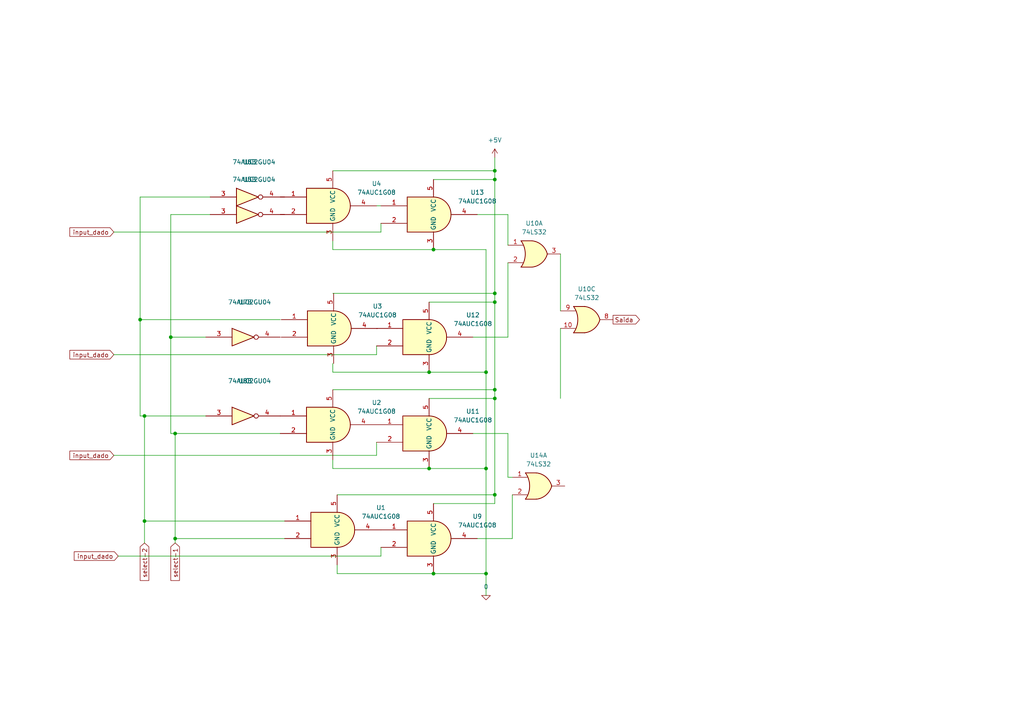
<source format=kicad_sch>
(kicad_sch
	(version 20250114)
	(generator "eeschema")
	(generator_version "9.0")
	(uuid "45d27e93-4ef4-45a1-b092-d27a1c9b3298")
	(paper "A4")
	(lib_symbols
		(symbol "74xGxx:74AUC1G08"
			(exclude_from_sim no)
			(in_bom yes)
			(on_board yes)
			(property "Reference" "U"
				(at -2.54 3.81 0)
				(effects
					(font
						(size 1.27 1.27)
					)
				)
			)
			(property "Value" "74AUC1G08"
				(at 0 -3.81 0)
				(effects
					(font
						(size 1.27 1.27)
					)
				)
			)
			(property "Footprint" ""
				(at 0 0 0)
				(effects
					(font
						(size 1.27 1.27)
					)
					(hide yes)
				)
			)
			(property "Datasheet" "http://www.ti.com/lit/sg/scyt129e/scyt129e.pdf"
				(at 0 0 0)
				(effects
					(font
						(size 1.27 1.27)
					)
					(hide yes)
				)
			)
			(property "Description" "Single AND Gate, Low-Voltage CMOS"
				(at 0 0 0)
				(effects
					(font
						(size 1.27 1.27)
					)
					(hide yes)
				)
			)
			(property "ki_keywords" "Single Gate AND LVC CMOS"
				(at 0 0 0)
				(effects
					(font
						(size 1.27 1.27)
					)
					(hide yes)
				)
			)
			(property "ki_fp_filters" "SOT* SG-*"
				(at 0 0 0)
				(effects
					(font
						(size 1.27 1.27)
					)
					(hide yes)
				)
			)
			(symbol "74AUC1G08_0_1"
				(arc
					(start 0 5.08)
					(mid 5.0579 0)
					(end 0 -5.08)
					(stroke
						(width 0.254)
						(type default)
					)
					(fill
						(type background)
					)
				)
				(polyline
					(pts
						(xy 0 -5.08) (xy -7.62 -5.08) (xy -7.62 5.08) (xy 0 5.08)
					)
					(stroke
						(width 0.254)
						(type default)
					)
					(fill
						(type background)
					)
				)
			)
			(symbol "74AUC1G08_1_1"
				(pin input line
					(at -15.24 2.54 0)
					(length 7.62)
					(name "~"
						(effects
							(font
								(size 1.27 1.27)
							)
						)
					)
					(number "1"
						(effects
							(font
								(size 1.27 1.27)
							)
						)
					)
				)
				(pin input line
					(at -15.24 -2.54 0)
					(length 7.62)
					(name "~"
						(effects
							(font
								(size 1.27 1.27)
							)
						)
					)
					(number "2"
						(effects
							(font
								(size 1.27 1.27)
							)
						)
					)
				)
				(pin power_in line
					(at 0 10.16 270)
					(length 5.08)
					(name "VCC"
						(effects
							(font
								(size 1.27 1.27)
							)
						)
					)
					(number "5"
						(effects
							(font
								(size 1.27 1.27)
							)
						)
					)
				)
				(pin power_in line
					(at 0 -10.16 90)
					(length 5.08)
					(name "GND"
						(effects
							(font
								(size 1.27 1.27)
							)
						)
					)
					(number "3"
						(effects
							(font
								(size 1.27 1.27)
							)
						)
					)
				)
				(pin output line
					(at 12.7 0 180)
					(length 7.62)
					(name "~"
						(effects
							(font
								(size 1.27 1.27)
							)
						)
					)
					(number "4"
						(effects
							(font
								(size 1.27 1.27)
							)
						)
					)
				)
			)
			(embedded_fonts no)
		)
		(symbol "74xGxx:74AUC2GU04"
			(exclude_from_sim no)
			(in_bom yes)
			(on_board yes)
			(property "Reference" "U5"
				(at -1.27 11.43 0)
				(effects
					(font
						(size 1.27 1.27)
					)
				)
			)
			(property "Value" "74AUC2GU04"
				(at 0 11.43 0)
				(effects
					(font
						(size 1.27 1.27)
					)
				)
			)
			(property "Footprint" ""
				(at 0 0 0)
				(effects
					(font
						(size 1.27 1.27)
					)
					(hide yes)
				)
			)
			(property "Datasheet" "http://www.ti.com/lit/sg/scyt129e/scyt129e.pdf"
				(at 0 0 0)
				(effects
					(font
						(size 1.27 1.27)
					)
					(hide yes)
				)
			)
			(property "Description" "74AUC2G04, Dual NOT Gate, Low-Voltage CMOS"
				(at 0 0 0)
				(effects
					(font
						(size 1.27 1.27)
					)
					(hide yes)
				)
			)
			(property "ki_keywords" "Dual Gate NOT LVC CMOS"
				(at 0 0 0)
				(effects
					(font
						(size 1.27 1.27)
					)
					(hide yes)
				)
			)
			(property "ki_fp_filters" "SG-* SOT*"
				(at 0 0 0)
				(effects
					(font
						(size 1.27 1.27)
					)
					(hide yes)
				)
			)
			(symbol "74AUC2GU04_1_1"
				(polyline
					(pts
						(xy -7.62 6.35) (xy -7.62 -6.35) (xy 5.08 0) (xy -7.62 6.35)
					)
					(stroke
						(width 0.254)
						(type default)
					)
					(fill
						(type background)
					)
				)
				(pin input line
					(at -12.7 1.27 0)
					(length 7.62)
					(name "~"
						(effects
							(font
								(size 1.27 1.27)
							)
						)
					)
					(number "1"
						(effects
							(font
								(size 1.27 1.27)
							)
						)
					)
				)
				(pin output inverted
					(at 8.89 1.27 180)
					(length 7.62)
					(name "~"
						(effects
							(font
								(size 1.27 1.27)
							)
						)
					)
					(number "6"
						(effects
							(font
								(size 1.27 1.27)
							)
						)
					)
				)
			)
			(symbol "74AUC2GU04_2_1"
				(polyline
					(pts
						(xy -5.08 3.81) (xy -5.08 -1.27) (xy 1.27 1.27) (xy -5.08 3.81)
					)
					(stroke
						(width 0.254)
						(type default)
					)
					(fill
						(type background)
					)
				)
				(pin input line
					(at -12.7 1.27 0)
					(length 7.62)
					(name "~"
						(effects
							(font
								(size 1.27 1.27)
							)
						)
					)
					(number "3"
						(effects
							(font
								(size 1.27 1.27)
							)
						)
					)
				)
				(pin output inverted
					(at 8.89 1.27 180)
					(length 7.62)
					(name "~"
						(effects
							(font
								(size 1.27 1.27)
							)
						)
					)
					(number "4"
						(effects
							(font
								(size 1.27 1.27)
							)
						)
					)
				)
			)
			(symbol "74AUC2GU04_3_0"
				(rectangle
					(start -5.08 -5.08)
					(end 5.08 5.08)
					(stroke
						(width 0.254)
						(type default)
					)
					(fill
						(type background)
					)
				)
			)
			(symbol "74AUC2GU04_3_1"
				(pin power_in line
					(at 0 10.16 270)
					(length 5.08)
					(name "VCC"
						(effects
							(font
								(size 1.27 1.27)
							)
						)
					)
					(number "5"
						(effects
							(font
								(size 1.27 1.27)
							)
						)
					)
				)
				(pin power_in line
					(at 0 -10.16 90)
					(length 5.08)
					(name "GND"
						(effects
							(font
								(size 1.27 1.27)
							)
						)
					)
					(number "2"
						(effects
							(font
								(size 1.27 1.27)
							)
						)
					)
				)
			)
			(embedded_fonts no)
		)
		(symbol "74xx:74LS32"
			(pin_names
				(offset 1.016)
			)
			(exclude_from_sim no)
			(in_bom yes)
			(on_board yes)
			(property "Reference" "U"
				(at 0 1.27 0)
				(effects
					(font
						(size 1.27 1.27)
					)
				)
			)
			(property "Value" "74LS32"
				(at 0 -1.27 0)
				(effects
					(font
						(size 1.27 1.27)
					)
				)
			)
			(property "Footprint" ""
				(at 0 0 0)
				(effects
					(font
						(size 1.27 1.27)
					)
					(hide yes)
				)
			)
			(property "Datasheet" "http://www.ti.com/lit/gpn/sn74LS32"
				(at 0 0 0)
				(effects
					(font
						(size 1.27 1.27)
					)
					(hide yes)
				)
			)
			(property "Description" "Quad 2-input OR"
				(at 0 0 0)
				(effects
					(font
						(size 1.27 1.27)
					)
					(hide yes)
				)
			)
			(property "ki_locked" ""
				(at 0 0 0)
				(effects
					(font
						(size 1.27 1.27)
					)
				)
			)
			(property "ki_keywords" "TTL Or2"
				(at 0 0 0)
				(effects
					(font
						(size 1.27 1.27)
					)
					(hide yes)
				)
			)
			(property "ki_fp_filters" "DIP?14*"
				(at 0 0 0)
				(effects
					(font
						(size 1.27 1.27)
					)
					(hide yes)
				)
			)
			(symbol "74LS32_1_1"
				(arc
					(start -3.81 3.81)
					(mid -2.589 0)
					(end -3.81 -3.81)
					(stroke
						(width 0.254)
						(type default)
					)
					(fill
						(type none)
					)
				)
				(polyline
					(pts
						(xy -3.81 3.81) (xy -0.635 3.81)
					)
					(stroke
						(width 0.254)
						(type default)
					)
					(fill
						(type background)
					)
				)
				(polyline
					(pts
						(xy -3.81 -3.81) (xy -0.635 -3.81)
					)
					(stroke
						(width 0.254)
						(type default)
					)
					(fill
						(type background)
					)
				)
				(arc
					(start 3.81 0)
					(mid 2.1855 -2.584)
					(end -0.6096 -3.81)
					(stroke
						(width 0.254)
						(type default)
					)
					(fill
						(type background)
					)
				)
				(arc
					(start -0.6096 3.81)
					(mid 2.1928 2.5924)
					(end 3.81 0)
					(stroke
						(width 0.254)
						(type default)
					)
					(fill
						(type background)
					)
				)
				(polyline
					(pts
						(xy -0.635 3.81) (xy -3.81 3.81) (xy -3.81 3.81) (xy -3.556 3.4036) (xy -3.0226 2.2606) (xy -2.6924 1.0414)
						(xy -2.6162 -0.254) (xy -2.7686 -1.4986) (xy -3.175 -2.7178) (xy -3.81 -3.81) (xy -3.81 -3.81)
						(xy -0.635 -3.81)
					)
					(stroke
						(width -25.4)
						(type default)
					)
					(fill
						(type background)
					)
				)
				(pin input line
					(at -7.62 2.54 0)
					(length 4.318)
					(name "~"
						(effects
							(font
								(size 1.27 1.27)
							)
						)
					)
					(number "1"
						(effects
							(font
								(size 1.27 1.27)
							)
						)
					)
				)
				(pin input line
					(at -7.62 -2.54 0)
					(length 4.318)
					(name "~"
						(effects
							(font
								(size 1.27 1.27)
							)
						)
					)
					(number "2"
						(effects
							(font
								(size 1.27 1.27)
							)
						)
					)
				)
				(pin output line
					(at 7.62 0 180)
					(length 3.81)
					(name "~"
						(effects
							(font
								(size 1.27 1.27)
							)
						)
					)
					(number "3"
						(effects
							(font
								(size 1.27 1.27)
							)
						)
					)
				)
			)
			(symbol "74LS32_1_2"
				(arc
					(start 0 3.81)
					(mid 3.7934 0)
					(end 0 -3.81)
					(stroke
						(width 0.254)
						(type default)
					)
					(fill
						(type background)
					)
				)
				(polyline
					(pts
						(xy 0 3.81) (xy -3.81 3.81) (xy -3.81 -3.81) (xy 0 -3.81)
					)
					(stroke
						(width 0.254)
						(type default)
					)
					(fill
						(type background)
					)
				)
				(pin input inverted
					(at -7.62 2.54 0)
					(length 3.81)
					(name "~"
						(effects
							(font
								(size 1.27 1.27)
							)
						)
					)
					(number "1"
						(effects
							(font
								(size 1.27 1.27)
							)
						)
					)
				)
				(pin input inverted
					(at -7.62 -2.54 0)
					(length 3.81)
					(name "~"
						(effects
							(font
								(size 1.27 1.27)
							)
						)
					)
					(number "2"
						(effects
							(font
								(size 1.27 1.27)
							)
						)
					)
				)
				(pin output inverted
					(at 7.62 0 180)
					(length 3.81)
					(name "~"
						(effects
							(font
								(size 1.27 1.27)
							)
						)
					)
					(number "3"
						(effects
							(font
								(size 1.27 1.27)
							)
						)
					)
				)
			)
			(symbol "74LS32_2_1"
				(arc
					(start -3.81 3.81)
					(mid -2.589 0)
					(end -3.81 -3.81)
					(stroke
						(width 0.254)
						(type default)
					)
					(fill
						(type none)
					)
				)
				(polyline
					(pts
						(xy -3.81 3.81) (xy -0.635 3.81)
					)
					(stroke
						(width 0.254)
						(type default)
					)
					(fill
						(type background)
					)
				)
				(polyline
					(pts
						(xy -3.81 -3.81) (xy -0.635 -3.81)
					)
					(stroke
						(width 0.254)
						(type default)
					)
					(fill
						(type background)
					)
				)
				(arc
					(start 3.81 0)
					(mid 2.1855 -2.584)
					(end -0.6096 -3.81)
					(stroke
						(width 0.254)
						(type default)
					)
					(fill
						(type background)
					)
				)
				(arc
					(start -0.6096 3.81)
					(mid 2.1928 2.5924)
					(end 3.81 0)
					(stroke
						(width 0.254)
						(type default)
					)
					(fill
						(type background)
					)
				)
				(polyline
					(pts
						(xy -0.635 3.81) (xy -3.81 3.81) (xy -3.81 3.81) (xy -3.556 3.4036) (xy -3.0226 2.2606) (xy -2.6924 1.0414)
						(xy -2.6162 -0.254) (xy -2.7686 -1.4986) (xy -3.175 -2.7178) (xy -3.81 -3.81) (xy -3.81 -3.81)
						(xy -0.635 -3.81)
					)
					(stroke
						(width -25.4)
						(type default)
					)
					(fill
						(type background)
					)
				)
				(pin input line
					(at -7.62 2.54 0)
					(length 4.318)
					(name "~"
						(effects
							(font
								(size 1.27 1.27)
							)
						)
					)
					(number "4"
						(effects
							(font
								(size 1.27 1.27)
							)
						)
					)
				)
				(pin input line
					(at -7.62 -2.54 0)
					(length 4.318)
					(name "~"
						(effects
							(font
								(size 1.27 1.27)
							)
						)
					)
					(number "5"
						(effects
							(font
								(size 1.27 1.27)
							)
						)
					)
				)
				(pin output line
					(at 7.62 0 180)
					(length 3.81)
					(name "~"
						(effects
							(font
								(size 1.27 1.27)
							)
						)
					)
					(number "6"
						(effects
							(font
								(size 1.27 1.27)
							)
						)
					)
				)
			)
			(symbol "74LS32_2_2"
				(arc
					(start 0 3.81)
					(mid 3.7934 0)
					(end 0 -3.81)
					(stroke
						(width 0.254)
						(type default)
					)
					(fill
						(type background)
					)
				)
				(polyline
					(pts
						(xy 0 3.81) (xy -3.81 3.81) (xy -3.81 -3.81) (xy 0 -3.81)
					)
					(stroke
						(width 0.254)
						(type default)
					)
					(fill
						(type background)
					)
				)
				(pin input inverted
					(at -7.62 2.54 0)
					(length 3.81)
					(name "~"
						(effects
							(font
								(size 1.27 1.27)
							)
						)
					)
					(number "4"
						(effects
							(font
								(size 1.27 1.27)
							)
						)
					)
				)
				(pin input inverted
					(at -7.62 -2.54 0)
					(length 3.81)
					(name "~"
						(effects
							(font
								(size 1.27 1.27)
							)
						)
					)
					(number "5"
						(effects
							(font
								(size 1.27 1.27)
							)
						)
					)
				)
				(pin output inverted
					(at 7.62 0 180)
					(length 3.81)
					(name "~"
						(effects
							(font
								(size 1.27 1.27)
							)
						)
					)
					(number "6"
						(effects
							(font
								(size 1.27 1.27)
							)
						)
					)
				)
			)
			(symbol "74LS32_3_1"
				(arc
					(start -3.81 3.81)
					(mid -2.589 0)
					(end -3.81 -3.81)
					(stroke
						(width 0.254)
						(type default)
					)
					(fill
						(type none)
					)
				)
				(polyline
					(pts
						(xy -3.81 3.81) (xy -0.635 3.81)
					)
					(stroke
						(width 0.254)
						(type default)
					)
					(fill
						(type background)
					)
				)
				(polyline
					(pts
						(xy -3.81 -3.81) (xy -0.635 -3.81)
					)
					(stroke
						(width 0.254)
						(type default)
					)
					(fill
						(type background)
					)
				)
				(arc
					(start 3.81 0)
					(mid 2.1855 -2.584)
					(end -0.6096 -3.81)
					(stroke
						(width 0.254)
						(type default)
					)
					(fill
						(type background)
					)
				)
				(arc
					(start -0.6096 3.81)
					(mid 2.1928 2.5924)
					(end 3.81 0)
					(stroke
						(width 0.254)
						(type default)
					)
					(fill
						(type background)
					)
				)
				(polyline
					(pts
						(xy -0.635 3.81) (xy -3.81 3.81) (xy -3.81 3.81) (xy -3.556 3.4036) (xy -3.0226 2.2606) (xy -2.6924 1.0414)
						(xy -2.6162 -0.254) (xy -2.7686 -1.4986) (xy -3.175 -2.7178) (xy -3.81 -3.81) (xy -3.81 -3.81)
						(xy -0.635 -3.81)
					)
					(stroke
						(width -25.4)
						(type default)
					)
					(fill
						(type background)
					)
				)
				(pin input line
					(at -7.62 2.54 0)
					(length 4.318)
					(name "~"
						(effects
							(font
								(size 1.27 1.27)
							)
						)
					)
					(number "9"
						(effects
							(font
								(size 1.27 1.27)
							)
						)
					)
				)
				(pin input line
					(at -7.62 -2.54 0)
					(length 4.318)
					(name "~"
						(effects
							(font
								(size 1.27 1.27)
							)
						)
					)
					(number "10"
						(effects
							(font
								(size 1.27 1.27)
							)
						)
					)
				)
				(pin output line
					(at 7.62 0 180)
					(length 3.81)
					(name "~"
						(effects
							(font
								(size 1.27 1.27)
							)
						)
					)
					(number "8"
						(effects
							(font
								(size 1.27 1.27)
							)
						)
					)
				)
			)
			(symbol "74LS32_3_2"
				(arc
					(start 0 3.81)
					(mid 3.7934 0)
					(end 0 -3.81)
					(stroke
						(width 0.254)
						(type default)
					)
					(fill
						(type background)
					)
				)
				(polyline
					(pts
						(xy 0 3.81) (xy -3.81 3.81) (xy -3.81 -3.81) (xy 0 -3.81)
					)
					(stroke
						(width 0.254)
						(type default)
					)
					(fill
						(type background)
					)
				)
				(pin input inverted
					(at -7.62 2.54 0)
					(length 3.81)
					(name "~"
						(effects
							(font
								(size 1.27 1.27)
							)
						)
					)
					(number "9"
						(effects
							(font
								(size 1.27 1.27)
							)
						)
					)
				)
				(pin input inverted
					(at -7.62 -2.54 0)
					(length 3.81)
					(name "~"
						(effects
							(font
								(size 1.27 1.27)
							)
						)
					)
					(number "10"
						(effects
							(font
								(size 1.27 1.27)
							)
						)
					)
				)
				(pin output inverted
					(at 7.62 0 180)
					(length 3.81)
					(name "~"
						(effects
							(font
								(size 1.27 1.27)
							)
						)
					)
					(number "8"
						(effects
							(font
								(size 1.27 1.27)
							)
						)
					)
				)
			)
			(symbol "74LS32_4_1"
				(arc
					(start -3.81 3.81)
					(mid -2.589 0)
					(end -3.81 -3.81)
					(stroke
						(width 0.254)
						(type default)
					)
					(fill
						(type none)
					)
				)
				(polyline
					(pts
						(xy -3.81 3.81) (xy -0.635 3.81)
					)
					(stroke
						(width 0.254)
						(type default)
					)
					(fill
						(type background)
					)
				)
				(polyline
					(pts
						(xy -3.81 -3.81) (xy -0.635 -3.81)
					)
					(stroke
						(width 0.254)
						(type default)
					)
					(fill
						(type background)
					)
				)
				(arc
					(start 3.81 0)
					(mid 2.1855 -2.584)
					(end -0.6096 -3.81)
					(stroke
						(width 0.254)
						(type default)
					)
					(fill
						(type background)
					)
				)
				(arc
					(start -0.6096 3.81)
					(mid 2.1928 2.5924)
					(end 3.81 0)
					(stroke
						(width 0.254)
						(type default)
					)
					(fill
						(type background)
					)
				)
				(polyline
					(pts
						(xy -0.635 3.81) (xy -3.81 3.81) (xy -3.81 3.81) (xy -3.556 3.4036) (xy -3.0226 2.2606) (xy -2.6924 1.0414)
						(xy -2.6162 -0.254) (xy -2.7686 -1.4986) (xy -3.175 -2.7178) (xy -3.81 -3.81) (xy -3.81 -3.81)
						(xy -0.635 -3.81)
					)
					(stroke
						(width -25.4)
						(type default)
					)
					(fill
						(type background)
					)
				)
				(pin input line
					(at -7.62 2.54 0)
					(length 4.318)
					(name "~"
						(effects
							(font
								(size 1.27 1.27)
							)
						)
					)
					(number "12"
						(effects
							(font
								(size 1.27 1.27)
							)
						)
					)
				)
				(pin input line
					(at -7.62 -2.54 0)
					(length 4.318)
					(name "~"
						(effects
							(font
								(size 1.27 1.27)
							)
						)
					)
					(number "13"
						(effects
							(font
								(size 1.27 1.27)
							)
						)
					)
				)
				(pin output line
					(at 7.62 0 180)
					(length 3.81)
					(name "~"
						(effects
							(font
								(size 1.27 1.27)
							)
						)
					)
					(number "11"
						(effects
							(font
								(size 1.27 1.27)
							)
						)
					)
				)
			)
			(symbol "74LS32_4_2"
				(arc
					(start 0 3.81)
					(mid 3.7934 0)
					(end 0 -3.81)
					(stroke
						(width 0.254)
						(type default)
					)
					(fill
						(type background)
					)
				)
				(polyline
					(pts
						(xy 0 3.81) (xy -3.81 3.81) (xy -3.81 -3.81) (xy 0 -3.81)
					)
					(stroke
						(width 0.254)
						(type default)
					)
					(fill
						(type background)
					)
				)
				(pin input inverted
					(at -7.62 2.54 0)
					(length 3.81)
					(name "~"
						(effects
							(font
								(size 1.27 1.27)
							)
						)
					)
					(number "12"
						(effects
							(font
								(size 1.27 1.27)
							)
						)
					)
				)
				(pin input inverted
					(at -7.62 -2.54 0)
					(length 3.81)
					(name "~"
						(effects
							(font
								(size 1.27 1.27)
							)
						)
					)
					(number "13"
						(effects
							(font
								(size 1.27 1.27)
							)
						)
					)
				)
				(pin output inverted
					(at 7.62 0 180)
					(length 3.81)
					(name "~"
						(effects
							(font
								(size 1.27 1.27)
							)
						)
					)
					(number "11"
						(effects
							(font
								(size 1.27 1.27)
							)
						)
					)
				)
			)
			(symbol "74LS32_5_0"
				(pin power_in line
					(at 0 12.7 270)
					(length 5.08)
					(name "VCC"
						(effects
							(font
								(size 1.27 1.27)
							)
						)
					)
					(number "14"
						(effects
							(font
								(size 1.27 1.27)
							)
						)
					)
				)
				(pin power_in line
					(at 0 -12.7 90)
					(length 5.08)
					(name "GND"
						(effects
							(font
								(size 1.27 1.27)
							)
						)
					)
					(number "7"
						(effects
							(font
								(size 1.27 1.27)
							)
						)
					)
				)
			)
			(symbol "74LS32_5_1"
				(rectangle
					(start -5.08 7.62)
					(end 5.08 -7.62)
					(stroke
						(width 0.254)
						(type default)
					)
					(fill
						(type background)
					)
				)
			)
			(embedded_fonts no)
		)
		(symbol "Simulation_SPICE:0"
			(power)
			(pin_numbers
				(hide yes)
			)
			(pin_names
				(offset 0)
				(hide yes)
			)
			(exclude_from_sim no)
			(in_bom yes)
			(on_board yes)
			(property "Reference" "#GND"
				(at 0 -5.08 0)
				(effects
					(font
						(size 1.27 1.27)
					)
					(hide yes)
				)
			)
			(property "Value" "0"
				(at 0 -2.54 0)
				(effects
					(font
						(size 1.27 1.27)
					)
				)
			)
			(property "Footprint" ""
				(at 0 0 0)
				(effects
					(font
						(size 1.27 1.27)
					)
					(hide yes)
				)
			)
			(property "Datasheet" "https://ngspice.sourceforge.io/docs/ngspice-html-manual/manual.xhtml#subsec_Circuit_elements__device"
				(at 0 -10.16 0)
				(effects
					(font
						(size 1.27 1.27)
					)
					(hide yes)
				)
			)
			(property "Description" "0V reference potential for simulation"
				(at 0 -7.62 0)
				(effects
					(font
						(size 1.27 1.27)
					)
					(hide yes)
				)
			)
			(property "ki_keywords" "simulation"
				(at 0 0 0)
				(effects
					(font
						(size 1.27 1.27)
					)
					(hide yes)
				)
			)
			(symbol "0_0_1"
				(polyline
					(pts
						(xy -1.27 0) (xy 0 -1.27) (xy 1.27 0) (xy -1.27 0)
					)
					(stroke
						(width 0)
						(type default)
					)
					(fill
						(type none)
					)
				)
			)
			(symbol "0_1_1"
				(pin power_in line
					(at 0 0 0)
					(length 0)
					(name "~"
						(effects
							(font
								(size 1.016 1.016)
							)
						)
					)
					(number "1"
						(effects
							(font
								(size 1.016 1.016)
							)
						)
					)
				)
			)
			(embedded_fonts no)
		)
		(symbol "power:+5V"
			(power)
			(pin_numbers
				(hide yes)
			)
			(pin_names
				(offset 0)
				(hide yes)
			)
			(exclude_from_sim no)
			(in_bom yes)
			(on_board yes)
			(property "Reference" "#PWR"
				(at 0 -3.81 0)
				(effects
					(font
						(size 1.27 1.27)
					)
					(hide yes)
				)
			)
			(property "Value" "+5V"
				(at 0 3.556 0)
				(effects
					(font
						(size 1.27 1.27)
					)
				)
			)
			(property "Footprint" ""
				(at 0 0 0)
				(effects
					(font
						(size 1.27 1.27)
					)
					(hide yes)
				)
			)
			(property "Datasheet" ""
				(at 0 0 0)
				(effects
					(font
						(size 1.27 1.27)
					)
					(hide yes)
				)
			)
			(property "Description" "Power symbol creates a global label with name \"+5V\""
				(at 0 0 0)
				(effects
					(font
						(size 1.27 1.27)
					)
					(hide yes)
				)
			)
			(property "ki_keywords" "global power"
				(at 0 0 0)
				(effects
					(font
						(size 1.27 1.27)
					)
					(hide yes)
				)
			)
			(symbol "+5V_0_1"
				(polyline
					(pts
						(xy -0.762 1.27) (xy 0 2.54)
					)
					(stroke
						(width 0)
						(type default)
					)
					(fill
						(type none)
					)
				)
				(polyline
					(pts
						(xy 0 2.54) (xy 0.762 1.27)
					)
					(stroke
						(width 0)
						(type default)
					)
					(fill
						(type none)
					)
				)
				(polyline
					(pts
						(xy 0 0) (xy 0 2.54)
					)
					(stroke
						(width 0)
						(type default)
					)
					(fill
						(type none)
					)
				)
			)
			(symbol "+5V_1_1"
				(pin power_in line
					(at 0 0 90)
					(length 0)
					(name "~"
						(effects
							(font
								(size 1.27 1.27)
							)
						)
					)
					(number "1"
						(effects
							(font
								(size 1.27 1.27)
							)
						)
					)
				)
			)
			(embedded_fonts no)
		)
	)
	(junction
		(at 49.53 97.79)
		(diameter 0)
		(color 0 0 0 0)
		(uuid "02457a1f-cfd3-4c84-87ce-34b40615cd1c")
	)
	(junction
		(at 143.51 87.63)
		(diameter 0)
		(color 0 0 0 0)
		(uuid "084527a1-57b2-460d-8a18-5a940b11fe14")
	)
	(junction
		(at 140.97 166.37)
		(diameter 0)
		(color 0 0 0 0)
		(uuid "20efa18d-50c1-4488-ab10-bed485c246fb")
	)
	(junction
		(at 140.97 135.89)
		(diameter 0)
		(color 0 0 0 0)
		(uuid "28a16a59-f0bc-4c6b-a05e-f7da7b44a8eb")
	)
	(junction
		(at 143.51 115.57)
		(diameter 0)
		(color 0 0 0 0)
		(uuid "4261052a-a3ec-4210-a33f-5c2d90f3e4be")
	)
	(junction
		(at 124.46 135.89)
		(diameter 0)
		(color 0 0 0 0)
		(uuid "5005e70f-4cad-467e-b034-8e2a6b9db7a7")
	)
	(junction
		(at 143.51 49.53)
		(diameter 0)
		(color 0 0 0 0)
		(uuid "63b616f1-efe2-4b7e-a6c0-f39a0d487031")
	)
	(junction
		(at 143.51 52.07)
		(diameter 0)
		(color 0 0 0 0)
		(uuid "7b237a21-6866-4747-9380-482965297392")
	)
	(junction
		(at 140.97 107.95)
		(diameter 0)
		(color 0 0 0 0)
		(uuid "817200c2-8e22-47e5-961d-982fb7df633f")
	)
	(junction
		(at 40.64 92.71)
		(diameter 0)
		(color 0 0 0 0)
		(uuid "82857ae3-3b74-4835-9b2d-c1efc16816d8")
	)
	(junction
		(at 143.51 85.09)
		(diameter 0)
		(color 0 0 0 0)
		(uuid "883382be-61da-470d-a59e-65864d147b8a")
	)
	(junction
		(at 50.8 125.73)
		(diameter 0)
		(color 0 0 0 0)
		(uuid "8ace3d0c-7516-4098-8831-a15a1dc613ca")
	)
	(junction
		(at 124.46 107.95)
		(diameter 0)
		(color 0 0 0 0)
		(uuid "a6fcfa31-44c1-4384-b499-b8aacf23dcba")
	)
	(junction
		(at 41.91 120.65)
		(diameter 0)
		(color 0 0 0 0)
		(uuid "b1219d34-e69b-443e-b20b-03597ae9df0a")
	)
	(junction
		(at 125.73 72.39)
		(diameter 0)
		(color 0 0 0 0)
		(uuid "be8ca29d-77e4-4410-8070-27266b8db1a6")
	)
	(junction
		(at 50.8 156.21)
		(diameter 0)
		(color 0 0 0 0)
		(uuid "bf8c9f3c-4a5d-4169-b68e-5d66c841b9b0")
	)
	(junction
		(at 143.51 113.03)
		(diameter 0)
		(color 0 0 0 0)
		(uuid "c2377547-2583-4e0f-b8dd-550975c05c3a")
	)
	(junction
		(at 125.73 166.37)
		(diameter 0)
		(color 0 0 0 0)
		(uuid "cba87a32-9466-4a33-8cc1-e48b76b2bf91")
	)
	(junction
		(at 143.51 143.51)
		(diameter 0)
		(color 0 0 0 0)
		(uuid "e2a8888e-6480-4651-967a-904a96f7c4b3")
	)
	(junction
		(at 41.91 151.13)
		(diameter 0)
		(color 0 0 0 0)
		(uuid "f1707abb-94aa-4768-9bb4-1bcf5c8e5ee9")
	)
	(wire
		(pts
			(xy 143.51 52.07) (xy 143.51 49.53)
		)
		(stroke
			(width 0)
			(type default)
		)
		(uuid "02b491d3-d392-4387-a0fe-81299bec19ab")
	)
	(wire
		(pts
			(xy 125.73 166.37) (xy 140.97 166.37)
		)
		(stroke
			(width 0)
			(type default)
		)
		(uuid "05b2b387-d76b-440b-8642-877731182a7d")
	)
	(wire
		(pts
			(xy 41.91 151.13) (xy 82.55 151.13)
		)
		(stroke
			(width 0)
			(type default)
		)
		(uuid "07a1a7d1-d8fc-4d65-bc1c-b94da8349d06")
	)
	(wire
		(pts
			(xy 137.16 125.73) (xy 147.32 125.73)
		)
		(stroke
			(width 0)
			(type default)
		)
		(uuid "0bad01ec-097b-48d4-8bd5-4a380912d689")
	)
	(wire
		(pts
			(xy 143.51 49.53) (xy 143.51 45.72)
		)
		(stroke
			(width 0)
			(type default)
		)
		(uuid "0c3a92a3-7589-4ac0-8768-6657166cea1e")
	)
	(wire
		(pts
			(xy 143.51 52.07) (xy 143.51 85.09)
		)
		(stroke
			(width 0)
			(type default)
		)
		(uuid "12ae5fbe-fa40-4233-8d34-53e801ca3423")
	)
	(wire
		(pts
			(xy 41.91 151.13) (xy 41.91 157.48)
		)
		(stroke
			(width 0)
			(type default)
		)
		(uuid "156c3065-3387-4001-bcf2-c3459b02e418")
	)
	(wire
		(pts
			(xy 41.91 120.65) (xy 59.69 120.65)
		)
		(stroke
			(width 0)
			(type default)
		)
		(uuid "16abceec-3a61-4717-ab93-e8c39d1dfdd5")
	)
	(wire
		(pts
			(xy 40.64 57.15) (xy 40.64 92.71)
		)
		(stroke
			(width 0)
			(type default)
		)
		(uuid "1adaad96-4342-4017-90f9-2b2d47e0e21d")
	)
	(wire
		(pts
			(xy 49.53 125.73) (xy 50.8 125.73)
		)
		(stroke
			(width 0)
			(type default)
		)
		(uuid "1ede1f20-0687-459e-aef6-56adaa27480a")
	)
	(wire
		(pts
			(xy 41.91 120.65) (xy 41.91 151.13)
		)
		(stroke
			(width 0)
			(type default)
		)
		(uuid "24d319ee-4644-4749-ae34-668018d661b3")
	)
	(wire
		(pts
			(xy 96.52 107.95) (xy 124.46 107.95)
		)
		(stroke
			(width 0)
			(type default)
		)
		(uuid "252851f4-54e1-4e1a-b2d0-336286d9af88")
	)
	(wire
		(pts
			(xy 50.8 125.73) (xy 81.28 125.73)
		)
		(stroke
			(width 0)
			(type default)
		)
		(uuid "27e36ece-9991-41d0-8df4-939220c6c1e0")
	)
	(wire
		(pts
			(xy 147.32 76.2) (xy 147.32 97.79)
		)
		(stroke
			(width 0)
			(type default)
		)
		(uuid "29f6e7da-5ae9-44fb-9409-6ce910b22430")
	)
	(wire
		(pts
			(xy 97.79 163.83) (xy 97.79 166.37)
		)
		(stroke
			(width 0)
			(type default)
		)
		(uuid "2a553871-b25f-4dc1-80a2-5b1ffe2d7c88")
	)
	(wire
		(pts
			(xy 96.52 72.39) (xy 125.73 72.39)
		)
		(stroke
			(width 0)
			(type default)
		)
		(uuid "2fab0390-d864-48f5-b27d-60937dc828c1")
	)
	(wire
		(pts
			(xy 140.97 135.89) (xy 140.97 166.37)
		)
		(stroke
			(width 0)
			(type default)
		)
		(uuid "39814933-15a0-4bff-b7ac-da429cc19c7e")
	)
	(wire
		(pts
			(xy 96.52 105.41) (xy 96.52 107.95)
		)
		(stroke
			(width 0)
			(type default)
		)
		(uuid "3a281136-83bc-4b40-8781-fb40472c2dbd")
	)
	(wire
		(pts
			(xy 143.51 85.09) (xy 143.51 87.63)
		)
		(stroke
			(width 0)
			(type default)
		)
		(uuid "3eff5d98-e5a4-4d5c-b8b1-69ffd15d5e55")
	)
	(wire
		(pts
			(xy 140.97 72.39) (xy 140.97 107.95)
		)
		(stroke
			(width 0)
			(type default)
		)
		(uuid "40aaf0e8-6c24-489e-86ad-1534b3fdfe09")
	)
	(wire
		(pts
			(xy 137.16 97.79) (xy 147.32 97.79)
		)
		(stroke
			(width 0)
			(type default)
		)
		(uuid "42bd94ff-84cd-4faa-bce0-58ff21471a5c")
	)
	(wire
		(pts
			(xy 143.51 113.03) (xy 143.51 115.57)
		)
		(stroke
			(width 0)
			(type default)
		)
		(uuid "46c63a9a-f9b5-4b1e-981b-f1abe9f8fa6c")
	)
	(wire
		(pts
			(xy 60.96 57.15) (xy 40.64 57.15)
		)
		(stroke
			(width 0)
			(type default)
		)
		(uuid "477b32e5-beec-4c66-bf55-96f36b548afe")
	)
	(wire
		(pts
			(xy 33.02 102.87) (xy 109.22 102.87)
		)
		(stroke
			(width 0)
			(type default)
		)
		(uuid "48c90c1d-573a-4fa7-9b0b-6366ea0f4fd8")
	)
	(wire
		(pts
			(xy 110.49 158.75) (xy 110.49 161.29)
		)
		(stroke
			(width 0)
			(type default)
		)
		(uuid "4ce17c39-f1d7-4b6d-916c-361c80282062")
	)
	(wire
		(pts
			(xy 96.52 113.03) (xy 143.51 113.03)
		)
		(stroke
			(width 0)
			(type default)
		)
		(uuid "54477da0-bb26-4e51-b8cd-85423f6cb532")
	)
	(wire
		(pts
			(xy 143.51 87.63) (xy 143.51 113.03)
		)
		(stroke
			(width 0)
			(type default)
		)
		(uuid "62093acb-2b83-4460-b82f-122664a234d3")
	)
	(wire
		(pts
			(xy 49.53 97.79) (xy 59.69 97.79)
		)
		(stroke
			(width 0)
			(type default)
		)
		(uuid "622c2d2b-6ec8-4725-abed-9e5d40ffd07e")
	)
	(wire
		(pts
			(xy 124.46 115.57) (xy 143.51 115.57)
		)
		(stroke
			(width 0)
			(type default)
		)
		(uuid "63fcd5b8-f8f9-4d15-bb75-41f177f2dead")
	)
	(wire
		(pts
			(xy 109.22 59.69) (xy 110.49 59.69)
		)
		(stroke
			(width 0)
			(type default)
		)
		(uuid "64a54ac2-ce38-4b2b-a66e-d07dab00237a")
	)
	(wire
		(pts
			(xy 33.02 67.31) (xy 110.49 67.31)
		)
		(stroke
			(width 0)
			(type default)
		)
		(uuid "66cbe640-f8d4-4bf5-888a-bfc0d164015c")
	)
	(wire
		(pts
			(xy 124.46 87.63) (xy 143.51 87.63)
		)
		(stroke
			(width 0)
			(type default)
		)
		(uuid "695290b1-ea8d-4d70-9620-7d5ec35be496")
	)
	(wire
		(pts
			(xy 41.91 120.65) (xy 40.64 120.65)
		)
		(stroke
			(width 0)
			(type default)
		)
		(uuid "6c2c36ec-f706-4f8d-92cc-19497eb389f9")
	)
	(wire
		(pts
			(xy 148.59 143.51) (xy 148.59 156.21)
		)
		(stroke
			(width 0)
			(type default)
		)
		(uuid "746c3d21-a42f-4ede-9c60-651b68c142ac")
	)
	(wire
		(pts
			(xy 49.53 62.23) (xy 49.53 97.79)
		)
		(stroke
			(width 0)
			(type default)
		)
		(uuid "7479c1d8-6ed3-4cdd-bf59-10b1e2fcf5d9")
	)
	(wire
		(pts
			(xy 96.52 49.53) (xy 143.51 49.53)
		)
		(stroke
			(width 0)
			(type default)
		)
		(uuid "76d5fa89-1b3a-41c1-b6d8-6f454e748647")
	)
	(wire
		(pts
			(xy 140.97 107.95) (xy 140.97 135.89)
		)
		(stroke
			(width 0)
			(type default)
		)
		(uuid "78c6f788-6bda-4c15-888b-44eaae924128")
	)
	(wire
		(pts
			(xy 110.49 64.77) (xy 110.49 67.31)
		)
		(stroke
			(width 0)
			(type default)
		)
		(uuid "7cde4627-8bdb-4b33-b6aa-81064dd959a9")
	)
	(wire
		(pts
			(xy 147.32 62.23) (xy 147.32 71.12)
		)
		(stroke
			(width 0)
			(type default)
		)
		(uuid "7dbac508-d50c-4a2f-89e4-968016c0a32d")
	)
	(wire
		(pts
			(xy 97.79 166.37) (xy 125.73 166.37)
		)
		(stroke
			(width 0)
			(type default)
		)
		(uuid "7ee5746a-db87-46d0-9b03-3c18dcdb1a19")
	)
	(wire
		(pts
			(xy 50.8 125.73) (xy 50.8 156.21)
		)
		(stroke
			(width 0)
			(type default)
		)
		(uuid "8104e1e9-20ed-4bcc-88c5-c6693432c033")
	)
	(wire
		(pts
			(xy 125.73 52.07) (xy 143.51 52.07)
		)
		(stroke
			(width 0)
			(type default)
		)
		(uuid "81c2b53c-7412-4cd6-bc8f-db852f8d706e")
	)
	(wire
		(pts
			(xy 50.8 156.21) (xy 50.8 157.48)
		)
		(stroke
			(width 0)
			(type default)
		)
		(uuid "85fb0d3d-04e0-43b6-96e3-ec54735ae825")
	)
	(wire
		(pts
			(xy 147.32 125.73) (xy 147.32 138.43)
		)
		(stroke
			(width 0)
			(type default)
		)
		(uuid "8da7bae0-22fe-474e-880a-1770716f564a")
	)
	(wire
		(pts
			(xy 138.43 62.23) (xy 147.32 62.23)
		)
		(stroke
			(width 0)
			(type default)
		)
		(uuid "94aa6dab-cf2d-4d64-b8ce-85074560aef1")
	)
	(wire
		(pts
			(xy 109.22 100.33) (xy 109.22 102.87)
		)
		(stroke
			(width 0)
			(type default)
		)
		(uuid "9595d132-7390-4e2c-93ec-f5d720e152a4")
	)
	(wire
		(pts
			(xy 40.64 92.71) (xy 40.64 120.65)
		)
		(stroke
			(width 0)
			(type default)
		)
		(uuid "9e55a3e6-50dd-48fb-aeaf-bc430ddb7f30")
	)
	(wire
		(pts
			(xy 96.52 135.89) (xy 124.46 135.89)
		)
		(stroke
			(width 0)
			(type default)
		)
		(uuid "9f9d68b9-469c-4b86-b5a4-492de5441345")
	)
	(wire
		(pts
			(xy 125.73 146.05) (xy 143.51 146.05)
		)
		(stroke
			(width 0)
			(type default)
		)
		(uuid "a553c21d-d1e2-498e-ab18-f28181249ca7")
	)
	(wire
		(pts
			(xy 140.97 166.37) (xy 140.97 172.72)
		)
		(stroke
			(width 0)
			(type default)
		)
		(uuid "ab430169-9091-4ee0-aca8-6c8d77a9a9bf")
	)
	(wire
		(pts
			(xy 97.79 143.51) (xy 143.51 143.51)
		)
		(stroke
			(width 0)
			(type default)
		)
		(uuid "ade616f0-01f2-4a2d-881d-226069a53d5e")
	)
	(wire
		(pts
			(xy 124.46 107.95) (xy 140.97 107.95)
		)
		(stroke
			(width 0)
			(type default)
		)
		(uuid "b0a72d52-9cbb-49d9-90be-636aa8cf3df5")
	)
	(wire
		(pts
			(xy 50.8 156.21) (xy 82.55 156.21)
		)
		(stroke
			(width 0)
			(type default)
		)
		(uuid "b4912cef-d952-4aa5-aacf-48e4ed55f434")
	)
	(wire
		(pts
			(xy 109.22 132.08) (xy 33.02 132.08)
		)
		(stroke
			(width 0)
			(type default)
		)
		(uuid "b5817172-6ee8-48e9-bcf7-1cbc591b06c5")
	)
	(wire
		(pts
			(xy 162.56 115.57) (xy 162.56 95.25)
		)
		(stroke
			(width 0)
			(type default)
		)
		(uuid "b5835765-dae6-42a2-9515-d0f920e5b4bd")
	)
	(wire
		(pts
			(xy 96.52 69.85) (xy 96.52 72.39)
		)
		(stroke
			(width 0)
			(type default)
		)
		(uuid "b6c51fab-bb12-4647-af75-646e22053bd0")
	)
	(wire
		(pts
			(xy 162.56 73.66) (xy 162.56 90.17)
		)
		(stroke
			(width 0)
			(type default)
		)
		(uuid "be92e2fb-bd36-44be-ae9c-a99ae1fc6919")
	)
	(wire
		(pts
			(xy 109.22 128.27) (xy 109.22 132.08)
		)
		(stroke
			(width 0)
			(type default)
		)
		(uuid "c8af00d3-e407-4ed1-8012-e2f4920fe355")
	)
	(wire
		(pts
			(xy 96.52 85.09) (xy 143.51 85.09)
		)
		(stroke
			(width 0)
			(type default)
		)
		(uuid "c92448ca-d05f-4dc6-991a-5fa8a81269f7")
	)
	(wire
		(pts
			(xy 34.29 161.29) (xy 110.49 161.29)
		)
		(stroke
			(width 0)
			(type default)
		)
		(uuid "cb1a3b96-c8b7-477b-abb1-0893c2f9bd10")
	)
	(wire
		(pts
			(xy 60.96 62.23) (xy 49.53 62.23)
		)
		(stroke
			(width 0)
			(type default)
		)
		(uuid "d19fc62f-0c86-493f-9f00-420d7ee730ae")
	)
	(wire
		(pts
			(xy 147.32 138.43) (xy 148.59 138.43)
		)
		(stroke
			(width 0)
			(type default)
		)
		(uuid "d40b7ced-a0c2-413c-b562-731d7cf8bdd3")
	)
	(wire
		(pts
			(xy 143.51 115.57) (xy 143.51 143.51)
		)
		(stroke
			(width 0)
			(type default)
		)
		(uuid "d701e5b7-e08a-4c60-89c3-7384e344a7d0")
	)
	(wire
		(pts
			(xy 138.43 156.21) (xy 148.59 156.21)
		)
		(stroke
			(width 0)
			(type default)
		)
		(uuid "d75bc694-b530-45b7-a17a-52907b05dac0")
	)
	(wire
		(pts
			(xy 40.64 92.71) (xy 81.28 92.71)
		)
		(stroke
			(width 0)
			(type default)
		)
		(uuid "d9cffcfe-49f3-4b12-a112-f7a724291b82")
	)
	(wire
		(pts
			(xy 143.51 143.51) (xy 143.51 146.05)
		)
		(stroke
			(width 0)
			(type default)
		)
		(uuid "e2ed3e71-3896-41b7-ab23-dced53dd2030")
	)
	(wire
		(pts
			(xy 124.46 135.89) (xy 140.97 135.89)
		)
		(stroke
			(width 0)
			(type default)
		)
		(uuid "e6c379fe-ae55-4cc5-9c9d-df9caabad6d8")
	)
	(wire
		(pts
			(xy 49.53 97.79) (xy 49.53 125.73)
		)
		(stroke
			(width 0)
			(type default)
		)
		(uuid "ebb028aa-119e-41f0-8a08-30ea7bf91cb0")
	)
	(wire
		(pts
			(xy 96.52 133.35) (xy 96.52 135.89)
		)
		(stroke
			(width 0)
			(type default)
		)
		(uuid "eef60917-b198-46fd-94db-c5319a4a08c7")
	)
	(wire
		(pts
			(xy 125.73 72.39) (xy 140.97 72.39)
		)
		(stroke
			(width 0)
			(type default)
		)
		(uuid "f1cef011-38f8-4595-91d8-a6b7cddc31b4")
	)
	(global_label "input_dado"
		(shape input)
		(at 33.02 67.31 180)
		(fields_autoplaced yes)
		(effects
			(font
				(size 1.27 1.27)
			)
			(justify right)
		)
		(uuid "00462d4b-b1e2-4032-81d4-799653cd70e8")
		(property "Intersheetrefs" "${INTERSHEET_REFS}"
			(at 19.6937 67.31 0)
			(effects
				(font
					(size 1.27 1.27)
				)
				(justify right)
				(hide yes)
			)
		)
	)
	(global_label "select-2"
		(shape input)
		(at 41.91 157.48 270)
		(fields_autoplaced yes)
		(effects
			(font
				(size 1.27 1.27)
			)
			(justify right)
		)
		(uuid "253a5cbc-6c1e-4607-b7cc-a9d33909b5db")
		(property "Intersheetrefs" "${INTERSHEET_REFS}"
			(at 41.91 168.9319 90)
			(effects
				(font
					(size 1.27 1.27)
				)
				(justify right)
				(hide yes)
			)
		)
	)
	(global_label "select-1"
		(shape input)
		(at 50.8 157.48 270)
		(fields_autoplaced yes)
		(effects
			(font
				(size 1.27 1.27)
			)
			(justify right)
		)
		(uuid "4127ab03-23de-4751-9136-c007aa07fefb")
		(property "Intersheetrefs" "${INTERSHEET_REFS}"
			(at 50.8 168.9319 90)
			(effects
				(font
					(size 1.27 1.27)
				)
				(justify right)
				(hide yes)
			)
		)
	)
	(global_label "Saida"
		(shape output)
		(at 177.8 92.71 0)
		(fields_autoplaced yes)
		(effects
			(font
				(size 1.27 1.27)
			)
			(justify left)
		)
		(uuid "64068db3-c778-4b84-b5f5-7b91d353cc19")
		(property "Intersheetrefs" "${INTERSHEET_REFS}"
			(at 186.0465 92.71 0)
			(effects
				(font
					(size 1.27 1.27)
				)
				(justify left)
				(hide yes)
			)
		)
	)
	(global_label "input_dado"
		(shape input)
		(at 34.29 161.29 180)
		(fields_autoplaced yes)
		(effects
			(font
				(size 1.27 1.27)
			)
			(justify right)
		)
		(uuid "7bba6695-d8ef-43c4-b040-0d6e3fe6859f")
		(property "Intersheetrefs" "${INTERSHEET_REFS}"
			(at 20.9637 161.29 0)
			(effects
				(font
					(size 1.27 1.27)
				)
				(justify right)
				(hide yes)
			)
		)
	)
	(global_label "input_dado"
		(shape input)
		(at 33.02 102.87 180)
		(fields_autoplaced yes)
		(effects
			(font
				(size 1.27 1.27)
			)
			(justify right)
		)
		(uuid "bb0fe00b-e028-4773-b3cf-f45198ec1703")
		(property "Intersheetrefs" "${INTERSHEET_REFS}"
			(at 19.6937 102.87 0)
			(effects
				(font
					(size 1.27 1.27)
				)
				(justify right)
				(hide yes)
			)
		)
	)
	(global_label "input_dado"
		(shape input)
		(at 33.02 132.08 180)
		(fields_autoplaced yes)
		(effects
			(font
				(size 1.27 1.27)
			)
			(justify right)
		)
		(uuid "da7c1a7d-3a51-4ece-909c-3e0869a55c63")
		(property "Intersheetrefs" "${INTERSHEET_REFS}"
			(at 19.6937 132.08 0)
			(effects
				(font
					(size 1.27 1.27)
				)
				(justify right)
				(hide yes)
			)
		)
	)
	(symbol
		(lib_id "74xGxx:74AUC2GU04")
		(at 72.39 99.06 0)
		(unit 2)
		(exclude_from_sim no)
		(in_bom yes)
		(on_board yes)
		(dnp no)
		(fields_autoplaced yes)
		(uuid "11d08fc3-9efd-47db-ab98-823a47875dc2")
		(property "Reference" "U7"
			(at 71.12 87.63 0)
			(effects
				(font
					(size 1.27 1.27)
				)
			)
		)
		(property "Value" "74AUC2GU04"
			(at 72.39 87.63 0)
			(effects
				(font
					(size 1.27 1.27)
				)
			)
		)
		(property "Footprint" ""
			(at 72.39 99.06 0)
			(effects
				(font
					(size 1.27 1.27)
				)
				(hide yes)
			)
		)
		(property "Datasheet" "http://www.ti.com/lit/sg/scyt129e/scyt129e.pdf"
			(at 72.39 99.06 0)
			(effects
				(font
					(size 1.27 1.27)
				)
				(hide yes)
			)
		)
		(property "Description" "74AUC2G04, Dual NOT Gate, Low-Voltage CMOS"
			(at 72.39 99.06 0)
			(effects
				(font
					(size 1.27 1.27)
				)
				(hide yes)
			)
		)
		(pin "6"
			(uuid "1636d0ca-7111-41dc-ba6b-be5f3f1fe095")
		)
		(pin "3"
			(uuid "211b9a39-babf-45ca-9a85-4d94775bcd2c")
		)
		(pin "5"
			(uuid "908aa08a-2707-4b3d-85af-d9e48e799f03")
		)
		(pin "1"
			(uuid "8c085149-212d-4de0-9191-d4ae15792151")
		)
		(pin "4"
			(uuid "9f6341d0-ecac-415e-b6e7-d7fd9bb92be9")
		)
		(pin "2"
			(uuid "7703d52a-2717-46ec-a838-28a90382fd13")
		)
		(instances
			(project "esquema_mult_plex"
				(path "/45d27e93-4ef4-45a1-b092-d27a1c9b3298"
					(reference "U7")
					(unit 2)
				)
			)
		)
	)
	(symbol
		(lib_id "74xGxx:74AUC2GU04")
		(at 73.66 63.5 0)
		(unit 2)
		(exclude_from_sim no)
		(in_bom yes)
		(on_board yes)
		(dnp no)
		(fields_autoplaced yes)
		(uuid "2d74196b-b422-4165-bb20-30d862444b11")
		(property "Reference" "U5"
			(at 72.39 52.07 0)
			(effects
				(font
					(size 1.27 1.27)
				)
			)
		)
		(property "Value" "74AUC2GU04"
			(at 73.66 52.07 0)
			(effects
				(font
					(size 1.27 1.27)
				)
			)
		)
		(property "Footprint" ""
			(at 73.66 63.5 0)
			(effects
				(font
					(size 1.27 1.27)
				)
				(hide yes)
			)
		)
		(property "Datasheet" "http://www.ti.com/lit/sg/scyt129e/scyt129e.pdf"
			(at 73.66 63.5 0)
			(effects
				(font
					(size 1.27 1.27)
				)
				(hide yes)
			)
		)
		(property "Description" "74AUC2G04, Dual NOT Gate, Low-Voltage CMOS"
			(at 73.66 63.5 0)
			(effects
				(font
					(size 1.27 1.27)
				)
				(hide yes)
			)
		)
		(pin "6"
			(uuid "1636d0ca-7111-41dc-ba6b-be5f3f1fe096")
		)
		(pin "3"
			(uuid "6d2649fd-b6cb-4e08-b15e-f11f28d6a835")
		)
		(pin "5"
			(uuid "908aa08a-2707-4b3d-85af-d9e48e799f04")
		)
		(pin "1"
			(uuid "8c085149-212d-4de0-9191-d4ae15792152")
		)
		(pin "4"
			(uuid "bac646f9-b410-441b-bc59-81c18e339133")
		)
		(pin "2"
			(uuid "7703d52a-2717-46ec-a838-28a90382fd14")
		)
		(instances
			(project ""
				(path "/45d27e93-4ef4-45a1-b092-d27a1c9b3298"
					(reference "U5")
					(unit 2)
				)
			)
		)
	)
	(symbol
		(lib_id "74xx:74LS32")
		(at 156.21 140.97 0)
		(unit 1)
		(exclude_from_sim no)
		(in_bom yes)
		(on_board yes)
		(dnp no)
		(fields_autoplaced yes)
		(uuid "34895106-6ed9-4ab0-af8d-df52489e133c")
		(property "Reference" "U14"
			(at 156.21 132.08 0)
			(effects
				(font
					(size 1.27 1.27)
				)
			)
		)
		(property "Value" "74LS32"
			(at 156.21 134.62 0)
			(effects
				(font
					(size 1.27 1.27)
				)
			)
		)
		(property "Footprint" ""
			(at 156.21 140.97 0)
			(effects
				(font
					(size 1.27 1.27)
				)
				(hide yes)
			)
		)
		(property "Datasheet" "http://www.ti.com/lit/gpn/sn74LS32"
			(at 156.21 140.97 0)
			(effects
				(font
					(size 1.27 1.27)
				)
				(hide yes)
			)
		)
		(property "Description" "Quad 2-input OR"
			(at 156.21 140.97 0)
			(effects
				(font
					(size 1.27 1.27)
				)
				(hide yes)
			)
		)
		(pin "11"
			(uuid "5ef9b250-a4bc-4b28-a689-fe0b2a8acc82")
		)
		(pin "2"
			(uuid "213f86fd-6bb6-4d88-a629-d6f44d22c52f")
		)
		(pin "1"
			(uuid "078983c7-6cfd-4c85-881a-e8e983e150cd")
		)
		(pin "9"
			(uuid "6d452ae1-b4e2-4b5a-a971-d824b9742c82")
		)
		(pin "7"
			(uuid "b3116675-5987-4222-b588-08cd332e9451")
		)
		(pin "6"
			(uuid "7381c6a9-126d-469b-ad9c-09f62c06ebfd")
		)
		(pin "4"
			(uuid "b7b27759-4429-476c-828d-eb9d5ac5e6aa")
		)
		(pin "8"
			(uuid "f5aea530-3861-42c3-9402-53ac233bbb13")
		)
		(pin "3"
			(uuid "c112afe6-488a-48dd-9649-dab8bad8f64b")
		)
		(pin "10"
			(uuid "d5166cb4-08e3-4173-80f3-86f9b0521b46")
		)
		(pin "5"
			(uuid "5a005fbc-415b-473a-a5af-ce133a35589f")
		)
		(pin "12"
			(uuid "1803a676-b034-46e3-b04d-32962ceb55cd")
		)
		(pin "13"
			(uuid "66069404-66d8-4914-9b78-9e62b7d089ba")
		)
		(pin "14"
			(uuid "0a0e4c91-4e3a-4a47-a7ad-de062bdecfc8")
		)
		(instances
			(project "esquema_mult_plex"
				(path "/45d27e93-4ef4-45a1-b092-d27a1c9b3298"
					(reference "U14")
					(unit 1)
				)
			)
		)
	)
	(symbol
		(lib_id "Simulation_SPICE:0")
		(at 140.97 172.72 0)
		(unit 1)
		(exclude_from_sim no)
		(in_bom yes)
		(on_board yes)
		(dnp no)
		(fields_autoplaced yes)
		(uuid "47c5608f-29a5-431d-96a8-00932f648699")
		(property "Reference" "#GND01"
			(at 140.97 177.8 0)
			(effects
				(font
					(size 1.27 1.27)
				)
				(hide yes)
			)
		)
		(property "Value" "0"
			(at 140.97 170.18 0)
			(effects
				(font
					(size 1.27 1.27)
				)
			)
		)
		(property "Footprint" ""
			(at 140.97 172.72 0)
			(effects
				(font
					(size 1.27 1.27)
				)
				(hide yes)
			)
		)
		(property "Datasheet" "https://ngspice.sourceforge.io/docs/ngspice-html-manual/manual.xhtml#subsec_Circuit_elements__device"
			(at 140.97 182.88 0)
			(effects
				(font
					(size 1.27 1.27)
				)
				(hide yes)
			)
		)
		(property "Description" "0V reference potential for simulation"
			(at 140.97 180.34 0)
			(effects
				(font
					(size 1.27 1.27)
				)
				(hide yes)
			)
		)
		(pin "1"
			(uuid "8e13c4a2-4baf-4b9f-9c34-dbd9a06bab74")
		)
		(instances
			(project ""
				(path "/45d27e93-4ef4-45a1-b092-d27a1c9b3298"
					(reference "#GND01")
					(unit 1)
				)
			)
		)
	)
	(symbol
		(lib_id "74xGxx:74AUC2GU04")
		(at 72.39 121.92 0)
		(unit 2)
		(exclude_from_sim no)
		(in_bom yes)
		(on_board yes)
		(dnp no)
		(fields_autoplaced yes)
		(uuid "5b81bd0a-6396-49e4-a0fd-2775b30f0b1f")
		(property "Reference" "U8"
			(at 71.12 110.49 0)
			(effects
				(font
					(size 1.27 1.27)
				)
			)
		)
		(property "Value" "74AUC2GU04"
			(at 72.39 110.49 0)
			(effects
				(font
					(size 1.27 1.27)
				)
			)
		)
		(property "Footprint" ""
			(at 72.39 121.92 0)
			(effects
				(font
					(size 1.27 1.27)
				)
				(hide yes)
			)
		)
		(property "Datasheet" "http://www.ti.com/lit/sg/scyt129e/scyt129e.pdf"
			(at 72.39 121.92 0)
			(effects
				(font
					(size 1.27 1.27)
				)
				(hide yes)
			)
		)
		(property "Description" "74AUC2G04, Dual NOT Gate, Low-Voltage CMOS"
			(at 72.39 121.92 0)
			(effects
				(font
					(size 1.27 1.27)
				)
				(hide yes)
			)
		)
		(pin "6"
			(uuid "1636d0ca-7111-41dc-ba6b-be5f3f1fe097")
		)
		(pin "3"
			(uuid "af685c7e-bbfa-462d-b472-ed1370eb57b6")
		)
		(pin "5"
			(uuid "908aa08a-2707-4b3d-85af-d9e48e799f05")
		)
		(pin "1"
			(uuid "8c085149-212d-4de0-9191-d4ae15792153")
		)
		(pin "4"
			(uuid "5591a49c-21e3-4579-8d2f-c2fda4c07699")
		)
		(pin "2"
			(uuid "7703d52a-2717-46ec-a838-28a90382fd15")
		)
		(instances
			(project "esquema_mult_plex"
				(path "/45d27e93-4ef4-45a1-b092-d27a1c9b3298"
					(reference "U8")
					(unit 2)
				)
			)
		)
	)
	(symbol
		(lib_id "74xGxx:74AUC1G08")
		(at 97.79 153.67 0)
		(unit 1)
		(exclude_from_sim no)
		(in_bom yes)
		(on_board yes)
		(dnp no)
		(fields_autoplaced yes)
		(uuid "5ee1cd4a-1aa2-4929-a6d1-828d22103216")
		(property "Reference" "U1"
			(at 110.49 147.2498 0)
			(effects
				(font
					(size 1.27 1.27)
				)
			)
		)
		(property "Value" "74AUC1G08"
			(at 110.49 149.7898 0)
			(effects
				(font
					(size 1.27 1.27)
				)
			)
		)
		(property "Footprint" ""
			(at 97.79 153.67 0)
			(effects
				(font
					(size 1.27 1.27)
				)
				(hide yes)
			)
		)
		(property "Datasheet" "http://www.ti.com/lit/sg/scyt129e/scyt129e.pdf"
			(at 97.79 153.67 0)
			(effects
				(font
					(size 1.27 1.27)
				)
				(hide yes)
			)
		)
		(property "Description" "Single AND Gate, Low-Voltage CMOS"
			(at 97.79 153.67 0)
			(effects
				(font
					(size 1.27 1.27)
				)
				(hide yes)
			)
		)
		(pin "3"
			(uuid "63343c6a-e214-4bda-b02f-5b94e392603e")
		)
		(pin "1"
			(uuid "521fd457-2043-4503-bcac-a0cc98b82c6b")
		)
		(pin "4"
			(uuid "6df2cbc6-085e-444e-a782-dd22a12fe761")
		)
		(pin "5"
			(uuid "41967d07-dbe3-4d47-a30c-806a17252155")
		)
		(pin "2"
			(uuid "4e9c30bb-3f35-4717-847e-5ceb212b1ffb")
		)
		(instances
			(project "esquema_mult_plex"
				(path "/45d27e93-4ef4-45a1-b092-d27a1c9b3298"
					(reference "U1")
					(unit 1)
				)
			)
		)
	)
	(symbol
		(lib_id "power:+5V")
		(at 143.51 45.72 0)
		(unit 1)
		(exclude_from_sim no)
		(in_bom yes)
		(on_board yes)
		(dnp no)
		(fields_autoplaced yes)
		(uuid "789d23de-b3ba-4333-b871-448825a31838")
		(property "Reference" "#PWR01"
			(at 143.51 49.53 0)
			(effects
				(font
					(size 1.27 1.27)
				)
				(hide yes)
			)
		)
		(property "Value" "+5V"
			(at 143.51 40.64 0)
			(effects
				(font
					(size 1.27 1.27)
				)
			)
		)
		(property "Footprint" ""
			(at 143.51 45.72 0)
			(effects
				(font
					(size 1.27 1.27)
				)
				(hide yes)
			)
		)
		(property "Datasheet" ""
			(at 143.51 45.72 0)
			(effects
				(font
					(size 1.27 1.27)
				)
				(hide yes)
			)
		)
		(property "Description" "Power symbol creates a global label with name \"+5V\""
			(at 143.51 45.72 0)
			(effects
				(font
					(size 1.27 1.27)
				)
				(hide yes)
			)
		)
		(pin "1"
			(uuid "0eff87cc-0d11-4814-9cf1-e862ab0ca05e")
		)
		(instances
			(project ""
				(path "/45d27e93-4ef4-45a1-b092-d27a1c9b3298"
					(reference "#PWR01")
					(unit 1)
				)
			)
		)
	)
	(symbol
		(lib_id "74xx:74LS32")
		(at 170.18 92.71 0)
		(unit 3)
		(exclude_from_sim no)
		(in_bom yes)
		(on_board yes)
		(dnp no)
		(fields_autoplaced yes)
		(uuid "a59fb730-4b78-4c78-a7da-c8f9c9126c65")
		(property "Reference" "U10"
			(at 170.18 83.82 0)
			(effects
				(font
					(size 1.27 1.27)
				)
			)
		)
		(property "Value" "74LS32"
			(at 170.18 86.36 0)
			(effects
				(font
					(size 1.27 1.27)
				)
			)
		)
		(property "Footprint" ""
			(at 170.18 92.71 0)
			(effects
				(font
					(size 1.27 1.27)
				)
				(hide yes)
			)
		)
		(property "Datasheet" "http://www.ti.com/lit/gpn/sn74LS32"
			(at 170.18 92.71 0)
			(effects
				(font
					(size 1.27 1.27)
				)
				(hide yes)
			)
		)
		(property "Description" "Quad 2-input OR"
			(at 170.18 92.71 0)
			(effects
				(font
					(size 1.27 1.27)
				)
				(hide yes)
			)
		)
		(pin "11"
			(uuid "5ef9b250-a4bc-4b28-a689-fe0b2a8acc82")
		)
		(pin "2"
			(uuid "a9ee6f26-e303-4aa8-bee9-9f9d25f4d810")
		)
		(pin "1"
			(uuid "79f230d4-a790-4d45-971f-7aef78e0717e")
		)
		(pin "9"
			(uuid "6d452ae1-b4e2-4b5a-a971-d824b9742c82")
		)
		(pin "7"
			(uuid "b3116675-5987-4222-b588-08cd332e9451")
		)
		(pin "6"
			(uuid "7381c6a9-126d-469b-ad9c-09f62c06ebfd")
		)
		(pin "4"
			(uuid "b7b27759-4429-476c-828d-eb9d5ac5e6aa")
		)
		(pin "8"
			(uuid "f5aea530-3861-42c3-9402-53ac233bbb13")
		)
		(pin "3"
			(uuid "c27efe9d-5166-4a3d-94b1-7a5dbe861bd8")
		)
		(pin "10"
			(uuid "d5166cb4-08e3-4173-80f3-86f9b0521b46")
		)
		(pin "5"
			(uuid "5a005fbc-415b-473a-a5af-ce133a35589f")
		)
		(pin "12"
			(uuid "1803a676-b034-46e3-b04d-32962ceb55cd")
		)
		(pin "13"
			(uuid "66069404-66d8-4914-9b78-9e62b7d089ba")
		)
		(pin "14"
			(uuid "0a0e4c91-4e3a-4a47-a7ad-de062bdecfc8")
		)
		(instances
			(project ""
				(path "/45d27e93-4ef4-45a1-b092-d27a1c9b3298"
					(reference "U10")
					(unit 3)
				)
			)
		)
	)
	(symbol
		(lib_id "74xGxx:74AUC1G08")
		(at 125.73 62.23 0)
		(unit 1)
		(exclude_from_sim no)
		(in_bom yes)
		(on_board yes)
		(dnp no)
		(fields_autoplaced yes)
		(uuid "b3fa9914-47cc-4da0-8c77-48e8f87d0a81")
		(property "Reference" "U13"
			(at 138.43 55.8098 0)
			(effects
				(font
					(size 1.27 1.27)
				)
			)
		)
		(property "Value" "74AUC1G08"
			(at 138.43 58.3498 0)
			(effects
				(font
					(size 1.27 1.27)
				)
			)
		)
		(property "Footprint" ""
			(at 125.73 62.23 0)
			(effects
				(font
					(size 1.27 1.27)
				)
				(hide yes)
			)
		)
		(property "Datasheet" "http://www.ti.com/lit/sg/scyt129e/scyt129e.pdf"
			(at 125.73 62.23 0)
			(effects
				(font
					(size 1.27 1.27)
				)
				(hide yes)
			)
		)
		(property "Description" "Single AND Gate, Low-Voltage CMOS"
			(at 125.73 62.23 0)
			(effects
				(font
					(size 1.27 1.27)
				)
				(hide yes)
			)
		)
		(pin "3"
			(uuid "46d3d06a-73c0-410a-adfd-573e47efb223")
		)
		(pin "1"
			(uuid "280b9519-eef8-46bc-94e8-20d5de5bb973")
		)
		(pin "4"
			(uuid "821ed4cd-32b3-4c4c-8169-c1d5869047eb")
		)
		(pin "5"
			(uuid "1e078cc1-39ed-4b50-8a79-c11d3804739d")
		)
		(pin "2"
			(uuid "1a814f4e-ac38-4875-bb48-cb86b838ad08")
		)
		(instances
			(project "esquema_mult_plex"
				(path "/45d27e93-4ef4-45a1-b092-d27a1c9b3298"
					(reference "U13")
					(unit 1)
				)
			)
		)
	)
	(symbol
		(lib_id "74xGxx:74AUC1G08")
		(at 124.46 125.73 0)
		(unit 1)
		(exclude_from_sim no)
		(in_bom yes)
		(on_board yes)
		(dnp no)
		(fields_autoplaced yes)
		(uuid "cc913c1e-9968-4883-953d-ea66757f3f70")
		(property "Reference" "U11"
			(at 137.16 119.3098 0)
			(effects
				(font
					(size 1.27 1.27)
				)
			)
		)
		(property "Value" "74AUC1G08"
			(at 137.16 121.8498 0)
			(effects
				(font
					(size 1.27 1.27)
				)
			)
		)
		(property "Footprint" ""
			(at 124.46 125.73 0)
			(effects
				(font
					(size 1.27 1.27)
				)
				(hide yes)
			)
		)
		(property "Datasheet" "http://www.ti.com/lit/sg/scyt129e/scyt129e.pdf"
			(at 124.46 125.73 0)
			(effects
				(font
					(size 1.27 1.27)
				)
				(hide yes)
			)
		)
		(property "Description" "Single AND Gate, Low-Voltage CMOS"
			(at 124.46 125.73 0)
			(effects
				(font
					(size 1.27 1.27)
				)
				(hide yes)
			)
		)
		(pin "3"
			(uuid "2c5691fd-60d4-429c-92f6-8aacbde55930")
		)
		(pin "1"
			(uuid "a75997e9-0a4d-4d52-9050-79961d0a7d63")
		)
		(pin "4"
			(uuid "9b4d09bb-84b5-4a63-9aef-13b0350d0616")
		)
		(pin "5"
			(uuid "1e2eb242-d59b-4ef2-95bb-7c3e8aef1cd0")
		)
		(pin "2"
			(uuid "daa4fb71-a80b-4606-9c14-56b0071da37a")
		)
		(instances
			(project "esquema_mult_plex"
				(path "/45d27e93-4ef4-45a1-b092-d27a1c9b3298"
					(reference "U11")
					(unit 1)
				)
			)
		)
	)
	(symbol
		(lib_id "74xGxx:74AUC2GU04")
		(at 73.66 58.42 0)
		(unit 2)
		(exclude_from_sim no)
		(in_bom yes)
		(on_board yes)
		(dnp no)
		(fields_autoplaced yes)
		(uuid "cec6acac-b85d-4181-9e6b-ec4a9aab8745")
		(property "Reference" "U6"
			(at 72.39 46.99 0)
			(effects
				(font
					(size 1.27 1.27)
				)
			)
		)
		(property "Value" "74AUC2GU04"
			(at 73.66 46.99 0)
			(effects
				(font
					(size 1.27 1.27)
				)
			)
		)
		(property "Footprint" ""
			(at 73.66 58.42 0)
			(effects
				(font
					(size 1.27 1.27)
				)
				(hide yes)
			)
		)
		(property "Datasheet" "http://www.ti.com/lit/sg/scyt129e/scyt129e.pdf"
			(at 73.66 58.42 0)
			(effects
				(font
					(size 1.27 1.27)
				)
				(hide yes)
			)
		)
		(property "Description" "74AUC2G04, Dual NOT Gate, Low-Voltage CMOS"
			(at 73.66 58.42 0)
			(effects
				(font
					(size 1.27 1.27)
				)
				(hide yes)
			)
		)
		(pin "6"
			(uuid "1636d0ca-7111-41dc-ba6b-be5f3f1fe098")
		)
		(pin "3"
			(uuid "1cfd70c7-0d28-409d-ace0-3222022215b7")
		)
		(pin "5"
			(uuid "908aa08a-2707-4b3d-85af-d9e48e799f06")
		)
		(pin "1"
			(uuid "8c085149-212d-4de0-9191-d4ae15792154")
		)
		(pin "4"
			(uuid "8302ce25-b57c-4b7e-adac-afdf73725440")
		)
		(pin "2"
			(uuid "7703d52a-2717-46ec-a838-28a90382fd16")
		)
		(instances
			(project "esquema_mult_plex"
				(path "/45d27e93-4ef4-45a1-b092-d27a1c9b3298"
					(reference "U6")
					(unit 2)
				)
			)
		)
	)
	(symbol
		(lib_id "74xx:74LS32")
		(at 154.94 73.66 0)
		(unit 1)
		(exclude_from_sim no)
		(in_bom yes)
		(on_board yes)
		(dnp no)
		(fields_autoplaced yes)
		(uuid "d3f9c242-cc2a-43ac-8ba2-382df0ed3bfe")
		(property "Reference" "U10"
			(at 154.94 64.77 0)
			(effects
				(font
					(size 1.27 1.27)
				)
			)
		)
		(property "Value" "74LS32"
			(at 154.94 67.31 0)
			(effects
				(font
					(size 1.27 1.27)
				)
			)
		)
		(property "Footprint" ""
			(at 154.94 73.66 0)
			(effects
				(font
					(size 1.27 1.27)
				)
				(hide yes)
			)
		)
		(property "Datasheet" "http://www.ti.com/lit/gpn/sn74LS32"
			(at 154.94 73.66 0)
			(effects
				(font
					(size 1.27 1.27)
				)
				(hide yes)
			)
		)
		(property "Description" "Quad 2-input OR"
			(at 154.94 73.66 0)
			(effects
				(font
					(size 1.27 1.27)
				)
				(hide yes)
			)
		)
		(pin "11"
			(uuid "5ef9b250-a4bc-4b28-a689-fe0b2a8acc82")
		)
		(pin "2"
			(uuid "a9ee6f26-e303-4aa8-bee9-9f9d25f4d810")
		)
		(pin "1"
			(uuid "79f230d4-a790-4d45-971f-7aef78e0717e")
		)
		(pin "9"
			(uuid "6d452ae1-b4e2-4b5a-a971-d824b9742c82")
		)
		(pin "7"
			(uuid "b3116675-5987-4222-b588-08cd332e9451")
		)
		(pin "6"
			(uuid "7381c6a9-126d-469b-ad9c-09f62c06ebfd")
		)
		(pin "4"
			(uuid "b7b27759-4429-476c-828d-eb9d5ac5e6aa")
		)
		(pin "8"
			(uuid "f5aea530-3861-42c3-9402-53ac233bbb13")
		)
		(pin "3"
			(uuid "c27efe9d-5166-4a3d-94b1-7a5dbe861bd8")
		)
		(pin "10"
			(uuid "d5166cb4-08e3-4173-80f3-86f9b0521b46")
		)
		(pin "5"
			(uuid "5a005fbc-415b-473a-a5af-ce133a35589f")
		)
		(pin "12"
			(uuid "1803a676-b034-46e3-b04d-32962ceb55cd")
		)
		(pin "13"
			(uuid "66069404-66d8-4914-9b78-9e62b7d089ba")
		)
		(pin "14"
			(uuid "0a0e4c91-4e3a-4a47-a7ad-de062bdecfc8")
		)
		(instances
			(project ""
				(path "/45d27e93-4ef4-45a1-b092-d27a1c9b3298"
					(reference "U10")
					(unit 1)
				)
			)
		)
	)
	(symbol
		(lib_id "74xGxx:74AUC1G08")
		(at 96.52 123.19 0)
		(unit 1)
		(exclude_from_sim no)
		(in_bom yes)
		(on_board yes)
		(dnp no)
		(fields_autoplaced yes)
		(uuid "da387784-f188-4576-8e18-672e89c09a83")
		(property "Reference" "U2"
			(at 109.22 116.7698 0)
			(effects
				(font
					(size 1.27 1.27)
				)
			)
		)
		(property "Value" "74AUC1G08"
			(at 109.22 119.3098 0)
			(effects
				(font
					(size 1.27 1.27)
				)
			)
		)
		(property "Footprint" ""
			(at 96.52 123.19 0)
			(effects
				(font
					(size 1.27 1.27)
				)
				(hide yes)
			)
		)
		(property "Datasheet" "http://www.ti.com/lit/sg/scyt129e/scyt129e.pdf"
			(at 96.52 123.19 0)
			(effects
				(font
					(size 1.27 1.27)
				)
				(hide yes)
			)
		)
		(property "Description" "Single AND Gate, Low-Voltage CMOS"
			(at 96.52 123.19 0)
			(effects
				(font
					(size 1.27 1.27)
				)
				(hide yes)
			)
		)
		(pin "3"
			(uuid "347a353f-7af3-44a7-8cfc-713b6f8fb3fe")
		)
		(pin "1"
			(uuid "d136d037-47c7-48d0-8b1d-b48150c1a677")
		)
		(pin "4"
			(uuid "70cd4eda-e49b-477c-a892-03be1dd4cab8")
		)
		(pin "5"
			(uuid "7f5f59c3-0de5-46b5-947e-0f5a41b98409")
		)
		(pin "2"
			(uuid "55b913bf-4470-4182-96fd-ad521c741abc")
		)
		(instances
			(project "esquema_mult_plex"
				(path "/45d27e93-4ef4-45a1-b092-d27a1c9b3298"
					(reference "U2")
					(unit 1)
				)
			)
		)
	)
	(symbol
		(lib_id "74xGxx:74AUC1G08")
		(at 96.7823 95.2594 0)
		(unit 1)
		(exclude_from_sim no)
		(in_bom yes)
		(on_board yes)
		(dnp no)
		(fields_autoplaced yes)
		(uuid "df62b473-636a-47b0-a7fe-88d4897ac0b0")
		(property "Reference" "U3"
			(at 109.4823 88.8392 0)
			(effects
				(font
					(size 1.27 1.27)
				)
			)
		)
		(property "Value" "74AUC1G08"
			(at 109.4823 91.3792 0)
			(effects
				(font
					(size 1.27 1.27)
				)
			)
		)
		(property "Footprint" ""
			(at 96.7823 95.2594 0)
			(effects
				(font
					(size 1.27 1.27)
				)
				(hide yes)
			)
		)
		(property "Datasheet" "http://www.ti.com/lit/sg/scyt129e/scyt129e.pdf"
			(at 96.7823 95.2594 0)
			(effects
				(font
					(size 1.27 1.27)
				)
				(hide yes)
			)
		)
		(property "Description" "Single AND Gate, Low-Voltage CMOS"
			(at 96.7823 95.2594 0)
			(effects
				(font
					(size 1.27 1.27)
				)
				(hide yes)
			)
		)
		(pin "3"
			(uuid "117db5e7-b4d1-40b2-9d19-10be99e8f516")
		)
		(pin "1"
			(uuid "a9e9c051-cac8-4358-b8a2-792d46b73cc4")
		)
		(pin "4"
			(uuid "8d9beb47-80cb-42c8-88f4-b1d37181e0b9")
		)
		(pin "5"
			(uuid "200b19ff-6002-4b99-8304-8bcd7ae6e7c1")
		)
		(pin "2"
			(uuid "a9d30e8e-2671-4434-9fac-22aa50bf331c")
		)
		(instances
			(project "esquema_mult_plex"
				(path "/45d27e93-4ef4-45a1-b092-d27a1c9b3298"
					(reference "U3")
					(unit 1)
				)
			)
		)
	)
	(symbol
		(lib_id "74xGxx:74AUC1G08")
		(at 124.46 97.79 0)
		(unit 1)
		(exclude_from_sim no)
		(in_bom yes)
		(on_board yes)
		(dnp no)
		(fields_autoplaced yes)
		(uuid "e0b351db-7140-4faf-85f3-2530ac1af5fd")
		(property "Reference" "U12"
			(at 137.16 91.3698 0)
			(effects
				(font
					(size 1.27 1.27)
				)
			)
		)
		(property "Value" "74AUC1G08"
			(at 137.16 93.9098 0)
			(effects
				(font
					(size 1.27 1.27)
				)
			)
		)
		(property "Footprint" ""
			(at 124.46 97.79 0)
			(effects
				(font
					(size 1.27 1.27)
				)
				(hide yes)
			)
		)
		(property "Datasheet" "http://www.ti.com/lit/sg/scyt129e/scyt129e.pdf"
			(at 124.46 97.79 0)
			(effects
				(font
					(size 1.27 1.27)
				)
				(hide yes)
			)
		)
		(property "Description" "Single AND Gate, Low-Voltage CMOS"
			(at 124.46 97.79 0)
			(effects
				(font
					(size 1.27 1.27)
				)
				(hide yes)
			)
		)
		(pin "3"
			(uuid "5f49f52b-3e1d-4a62-bf14-e547be6538a5")
		)
		(pin "1"
			(uuid "ee044f08-8d99-4ff0-97b0-a953e2d18558")
		)
		(pin "4"
			(uuid "aff21c9a-b62b-4b64-84ae-d8b77d2e3282")
		)
		(pin "5"
			(uuid "d2494a23-6429-4222-b700-3efdec1b4843")
		)
		(pin "2"
			(uuid "f88913dc-fd51-4316-8252-ccc3f27a5b04")
		)
		(instances
			(project "esquema_mult_plex"
				(path "/45d27e93-4ef4-45a1-b092-d27a1c9b3298"
					(reference "U12")
					(unit 1)
				)
			)
		)
	)
	(symbol
		(lib_id "74xGxx:74AUC1G08")
		(at 125.73 156.21 0)
		(unit 1)
		(exclude_from_sim no)
		(in_bom yes)
		(on_board yes)
		(dnp no)
		(fields_autoplaced yes)
		(uuid "ee197e32-e990-4890-9501-d86d7ae4da7e")
		(property "Reference" "U9"
			(at 138.43 149.7898 0)
			(effects
				(font
					(size 1.27 1.27)
				)
			)
		)
		(property "Value" "74AUC1G08"
			(at 138.43 152.3298 0)
			(effects
				(font
					(size 1.27 1.27)
				)
			)
		)
		(property "Footprint" ""
			(at 125.73 156.21 0)
			(effects
				(font
					(size 1.27 1.27)
				)
				(hide yes)
			)
		)
		(property "Datasheet" "http://www.ti.com/lit/sg/scyt129e/scyt129e.pdf"
			(at 125.73 156.21 0)
			(effects
				(font
					(size 1.27 1.27)
				)
				(hide yes)
			)
		)
		(property "Description" "Single AND Gate, Low-Voltage CMOS"
			(at 125.73 156.21 0)
			(effects
				(font
					(size 1.27 1.27)
				)
				(hide yes)
			)
		)
		(pin "3"
			(uuid "414388fa-0088-4a8b-b72c-e4a8b7bdc3f8")
		)
		(pin "1"
			(uuid "ece06153-dc2c-4df7-95b4-4ac6d908a320")
		)
		(pin "4"
			(uuid "daf8ab4f-1d69-4f25-8706-1e3dd9095c32")
		)
		(pin "5"
			(uuid "f96aa966-7649-4b18-ab38-18b3cc3b859d")
		)
		(pin "2"
			(uuid "cb1bf1c3-71a8-432e-bd6d-2d8a299f2035")
		)
		(instances
			(project ""
				(path "/45d27e93-4ef4-45a1-b092-d27a1c9b3298"
					(reference "U9")
					(unit 1)
				)
			)
		)
	)
	(symbol
		(lib_id "74xGxx:74AUC1G08")
		(at 96.52 59.69 0)
		(unit 1)
		(exclude_from_sim no)
		(in_bom yes)
		(on_board yes)
		(dnp no)
		(fields_autoplaced yes)
		(uuid "f897466d-f5ab-44c4-b150-5f2ec46102a6")
		(property "Reference" "U4"
			(at 109.22 53.2698 0)
			(effects
				(font
					(size 1.27 1.27)
				)
			)
		)
		(property "Value" "74AUC1G08"
			(at 109.22 55.8098 0)
			(effects
				(font
					(size 1.27 1.27)
				)
			)
		)
		(property "Footprint" ""
			(at 96.52 59.69 0)
			(effects
				(font
					(size 1.27 1.27)
				)
				(hide yes)
			)
		)
		(property "Datasheet" "http://www.ti.com/lit/sg/scyt129e/scyt129e.pdf"
			(at 96.52 59.69 0)
			(effects
				(font
					(size 1.27 1.27)
				)
				(hide yes)
			)
		)
		(property "Description" "Single AND Gate, Low-Voltage CMOS"
			(at 96.52 59.69 0)
			(effects
				(font
					(size 1.27 1.27)
				)
				(hide yes)
			)
		)
		(pin "3"
			(uuid "d6fa0c0c-45dc-4e89-af5b-9ef59266d5f1")
		)
		(pin "1"
			(uuid "ecf83323-80aa-4c9f-b246-5f60ca1aa395")
		)
		(pin "4"
			(uuid "b198fb00-9a6d-4425-adac-0cdf55f11547")
		)
		(pin "5"
			(uuid "174cb7c6-54aa-4e68-9663-6f8813017fa7")
		)
		(pin "2"
			(uuid "97200081-5348-4dbf-b500-7b915266a816")
		)
		(instances
			(project "esquema_mult_plex"
				(path "/45d27e93-4ef4-45a1-b092-d27a1c9b3298"
					(reference "U4")
					(unit 1)
				)
			)
		)
	)
	(sheet_instances
		(path "/"
			(page "1")
		)
	)
	(embedded_fonts no)
)

</source>
